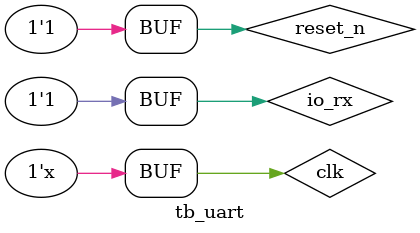
<source format=sv>
`timescale 1ns / 1ps


module tb_uart();

    logic clk, reset_n, io_rx, io_data_valid;
    logic [7:0] io_data_packet;

    parameter BAUD = 115200;  //bits per second
    localparam FREQUENCY_IN_HZ = 100_000_000;
    localparam BAUD_COUNT_CHECK = FREQUENCY_IN_HZ / BAUD * 10; //# of time units per bit
    
    uart uart_inst (
        .clk(clk),
        .reset_n(reset_n),
        .io_rx(io_rx),
        .io_data_valid(io_data_valid),
        .io_data_packet(io_data_packet)
    );
    
    initial begin
        clk = 0;
        reset_n = 0;
        io_rx = 0;
        #10 reset_n = 1;
        #10 io_rx = 1;
        #10 io_rx = 0; //start bit
        #BAUD_COUNT_CHECK io_rx = 1;//1
        #BAUD_COUNT_CHECK io_rx = 0;//2
        #BAUD_COUNT_CHECK io_rx = 1;
        #BAUD_COUNT_CHECK io_rx = 0;
        #BAUD_COUNT_CHECK io_rx = 1;
        #BAUD_COUNT_CHECK io_rx = 0;
        #BAUD_COUNT_CHECK io_rx = 1;
        #BAUD_COUNT_CHECK io_rx = 0;//8
        #BAUD_COUNT_CHECK io_rx = 1;
    end

    always begin
        #5 clk = ~clk;
    end

endmodule

</source>
